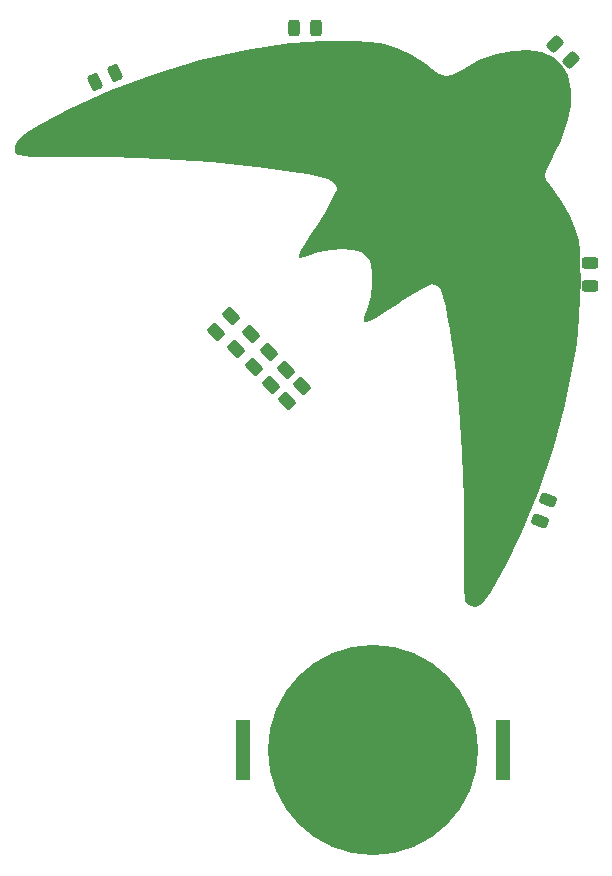
<source format=gbs>
G04 #@! TF.GenerationSoftware,KiCad,Pcbnew,(6.0.10-0)*
G04 #@! TF.CreationDate,2023-09-19T21:25:39+02:00*
G04 #@! TF.ProjectId,SwiftLeeds,53776966-744c-4656-9564-732e6b696361,rev?*
G04 #@! TF.SameCoordinates,Original*
G04 #@! TF.FileFunction,Soldermask,Bot*
G04 #@! TF.FilePolarity,Negative*
%FSLAX46Y46*%
G04 Gerber Fmt 4.6, Leading zero omitted, Abs format (unit mm)*
G04 Created by KiCad (PCBNEW (6.0.10-0)) date 2023-09-19 21:25:39*
%MOMM*%
%LPD*%
G01*
G04 APERTURE LIST*
G04 Aperture macros list*
%AMRoundRect*
0 Rectangle with rounded corners*
0 $1 Rounding radius*
0 $2 $3 $4 $5 $6 $7 $8 $9 X,Y pos of 4 corners*
0 Add a 4 corners polygon primitive as box body*
4,1,4,$2,$3,$4,$5,$6,$7,$8,$9,$2,$3,0*
0 Add four circle primitives for the rounded corners*
1,1,$1+$1,$2,$3*
1,1,$1+$1,$4,$5*
1,1,$1+$1,$6,$7*
1,1,$1+$1,$8,$9*
0 Add four rect primitives between the rounded corners*
20,1,$1+$1,$2,$3,$4,$5,0*
20,1,$1+$1,$4,$5,$6,$7,0*
20,1,$1+$1,$6,$7,$8,$9,0*
20,1,$1+$1,$8,$9,$2,$3,0*%
G04 Aperture macros list end*
%ADD10RoundRect,0.250000X-0.132583X0.503814X-0.503814X0.132583X0.132583X-0.503814X0.503814X-0.132583X0*%
%ADD11RoundRect,0.243750X-0.345367X0.385097X-0.512102X-0.073003X0.345367X-0.385097X0.512102X0.073003X0*%
%ADD12RoundRect,0.243750X-0.028093X-0.516516X0.413732X-0.310490X0.028093X0.516516X-0.413732X0.310490X0*%
%ADD13RoundRect,0.243750X-0.243750X-0.456250X0.243750X-0.456250X0.243750X0.456250X-0.243750X0.456250X0*%
%ADD14R,1.270000X5.080000*%
%ADD15C,17.800000*%
%ADD16RoundRect,0.243750X-0.494975X-0.150260X-0.150260X-0.494975X0.494975X0.150260X0.150260X0.494975X0*%
%ADD17RoundRect,0.243750X-0.456250X0.243750X-0.456250X-0.243750X0.456250X-0.243750X0.456250X0.243750X0*%
G04 APERTURE END LIST*
G36*
X146137352Y-43597152D02*
G01*
X147305418Y-43658365D01*
X148229193Y-43759926D01*
X148564703Y-43824006D01*
X149679807Y-44197781D01*
X150899208Y-44792459D01*
X152086039Y-45536437D01*
X152645048Y-45958671D01*
X153255535Y-46390771D01*
X153771864Y-46559042D01*
X154312993Y-46467095D01*
X154997879Y-46118538D01*
X155136756Y-46034275D01*
X156598151Y-45260874D01*
X158046074Y-44728904D01*
X159439215Y-44436082D01*
X160736265Y-44380125D01*
X161895916Y-44558749D01*
X162876859Y-44969670D01*
X163637783Y-45610604D01*
X164137381Y-46479270D01*
X164156199Y-46532855D01*
X164424176Y-47781426D01*
X164396969Y-49122114D01*
X164068696Y-50588997D01*
X163433474Y-52216155D01*
X163034300Y-53032262D01*
X162667954Y-53774786D01*
X162381078Y-54419440D01*
X162213046Y-54874355D01*
X162185535Y-55012600D01*
X162299791Y-55343879D01*
X162592323Y-55825009D01*
X162829337Y-56139680D01*
X163600179Y-57229093D01*
X164275720Y-58453054D01*
X164788380Y-59675712D01*
X165040210Y-60584068D01*
X165142272Y-61423801D01*
X165193592Y-62556515D01*
X165197240Y-63899924D01*
X165156289Y-65371741D01*
X165073810Y-66889681D01*
X164952874Y-68371460D01*
X164796553Y-69734790D01*
X164667199Y-70577552D01*
X163865588Y-74447418D01*
X162833099Y-78250366D01*
X161594632Y-81911534D01*
X160175088Y-85356061D01*
X158866782Y-88016358D01*
X158161447Y-89296764D01*
X157579442Y-90256752D01*
X157098543Y-90925950D01*
X156696527Y-91333990D01*
X156351170Y-91510502D01*
X156236660Y-91523074D01*
X155774781Y-91399960D01*
X155533092Y-91216920D01*
X155448675Y-91035180D01*
X155386799Y-90694011D01*
X155345676Y-90151442D01*
X155323521Y-89365504D01*
X155318545Y-88294228D01*
X155328961Y-86895643D01*
X155333319Y-86525502D01*
X155318042Y-82480852D01*
X155175744Y-78481041D01*
X154911861Y-74604811D01*
X154531827Y-70930903D01*
X154041080Y-67538057D01*
X154009954Y-67355164D01*
X153786179Y-66161666D01*
X153573278Y-65299785D01*
X153350918Y-64723317D01*
X153098768Y-64386061D01*
X152796495Y-64241815D01*
X152633553Y-64227552D01*
X152325381Y-64328946D01*
X151771654Y-64608313D01*
X151038922Y-65028424D01*
X150193735Y-65552053D01*
X149753255Y-65838746D01*
X148684806Y-66534411D01*
X147891744Y-67022359D01*
X147343110Y-67318189D01*
X147007944Y-67437504D01*
X146855285Y-67395902D01*
X146837992Y-67307775D01*
X146899946Y-67064305D01*
X147053781Y-66581747D01*
X147210908Y-66123074D01*
X147436886Y-65242737D01*
X147557611Y-64263071D01*
X147567962Y-63314597D01*
X147462820Y-62527837D01*
X147363557Y-62231957D01*
X147024855Y-61776059D01*
X146614761Y-61464829D01*
X145943883Y-61266874D01*
X145044298Y-61203384D01*
X144040420Y-61270886D01*
X143056663Y-61465907D01*
X142710876Y-61573820D01*
X142113290Y-61775766D01*
X141662326Y-61913284D01*
X141483522Y-61952925D01*
X141363439Y-61896555D01*
X141374686Y-61703521D01*
X141535514Y-61337933D01*
X141864174Y-60763901D01*
X142378917Y-59945536D01*
X142945983Y-59077114D01*
X143533762Y-58155904D01*
X144018318Y-57338385D01*
X144365728Y-56685763D01*
X144542073Y-56259246D01*
X144557177Y-56169880D01*
X144490243Y-55831955D01*
X144258146Y-55556439D01*
X143813941Y-55322391D01*
X143110681Y-55108872D01*
X142101421Y-54894941D01*
X141429565Y-54774774D01*
X137799983Y-54243913D01*
X133883545Y-53843417D01*
X129751151Y-53578228D01*
X125473700Y-53453288D01*
X122447316Y-53451741D01*
X120898177Y-53465665D01*
X119687762Y-53463405D01*
X118775790Y-53437450D01*
X118121982Y-53380285D01*
X117686056Y-53284397D01*
X117427730Y-53142274D01*
X117306725Y-52946400D01*
X117282760Y-52689264D01*
X117299459Y-52491538D01*
X117454323Y-52131719D01*
X117856264Y-51711834D01*
X118528115Y-51216366D01*
X119492708Y-50629801D01*
X120772877Y-49936622D01*
X121905684Y-49361381D01*
X125431872Y-47769420D01*
X129164060Y-46387269D01*
X133004208Y-45243941D01*
X136854279Y-44368445D01*
X140616233Y-43789793D01*
X140806049Y-43768536D01*
X142059342Y-43661980D01*
X143425119Y-43598322D01*
X144814187Y-43576926D01*
X146137352Y-43597152D01*
G37*
D10*
X138830470Y-69909530D03*
X137540000Y-71200000D03*
X141620470Y-72799530D03*
X140330000Y-74090000D03*
D11*
X161779356Y-84240962D03*
X162420644Y-82479038D03*
D10*
X140280470Y-71439530D03*
X138990000Y-72730000D03*
D12*
X125747785Y-46286883D03*
X124048457Y-47079293D03*
D13*
X142797500Y-42550000D03*
X140922500Y-42550000D03*
D10*
X135630470Y-66929530D03*
X134340000Y-68220000D03*
D14*
X136635000Y-103640000D03*
X158605000Y-103640000D03*
D15*
X147620000Y-103640000D03*
D16*
X164382913Y-45212913D03*
X163057087Y-43887087D03*
D17*
X165970000Y-64317500D03*
X165970000Y-62442500D03*
D10*
X137290470Y-68439530D03*
X136000000Y-69730000D03*
M02*

</source>
